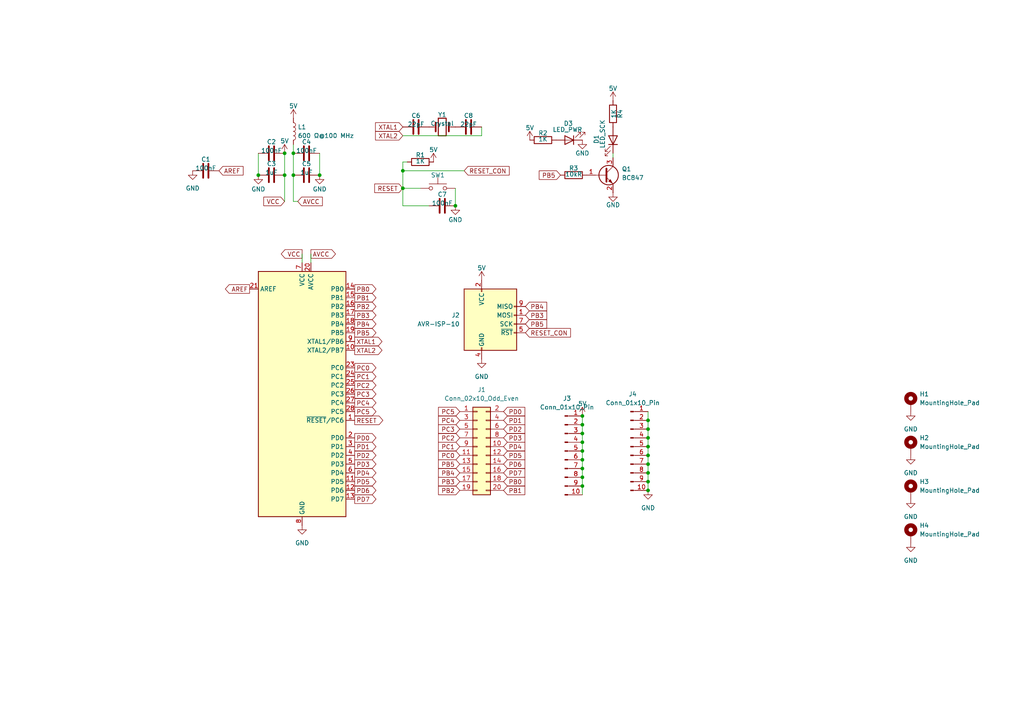
<source format=kicad_sch>
(kicad_sch (version 20250114) (generator "eeschema") (generator_version "9.0")
  (paper "A4")
  (title_block (title "ATMega_Board") (date "2025-10-26") (rev "1.0") (company "PKl"))
  (lib_symbols
    (symbol "Connector:AVR-ISP-10" (pin_names (offset 1.016))
      (property "Reference" "J" (at -6.35 11.43 0))
      (property "Value" "AVR-ISP-10" (at 0 11.43 0))
      (symbol "AVR-ISP-10_0_1"
        (rectangle (start -2.667 10.16) (end -2.413 9.398))
        (rectangle (start -2.667 -6.858) (end -2.413 -7.62))
        (rectangle (start 7.62 10.16) (end -7.62 -7.62) (stroke (width 0.254)) (fill (type background)))
        (rectangle (start 7.62 5.207) (end 6.858 4.953))
        (rectangle (start 7.62 2.667) (end 6.858 2.413))
        (rectangle (start 7.62 0.127) (end 6.858 -0.127))
        (rectangle (start 7.62 -2.413) (end 6.858 -2.667))
      )
      (symbol "AVR-ISP-10_1_1"
        (pin passive line (at -2.54 12.7 270) (length 2.54) (name "VCC") (number "2"))
        (pin passive line (at -2.54 -10.16 90) (length 2.54) (hide yes) (name "GND") (number "10"))
        (pin passive line (at -2.54 -10.16 90) (length 2.54) (name "GND") (number "4"))
        (pin passive line (at -2.54 -10.16 90) (length 2.54) (hide yes) (name "GND") (number "6"))
        (pin passive line (at -2.54 -10.16 90) (length 2.54) (hide yes) (name "GND") (number "8"))
        (pin no_connect line (at 7.62 -5.08 180) (length 2.54) (hide yes) (name "NC") (number "3"))
        (pin passive line (at 10.16 5.08 180) (length 2.54) (name "MISO") (number "9"))
        (pin passive line (at 10.16 2.54 180) (length 2.54) (name "MOSI") (number "1"))
        (pin passive line (at 10.16 0 180) (length 2.54) (name "SCK") (number "7"))
        (pin passive line (at 10.16 -2.54 180) (length 2.54) (name "~{RST}") (number "5"))
      )
    )
    (symbol "Connector:Conn_01x10_Pin" (pin_names (offset 1.016) (hide yes))
      (property "Reference" "J" (at 0 12.7 0))
      (property "Value" "Conn_01x10_Pin" (at 0 -15.24 0))
      (symbol "Conn_01x10_Pin_1_1"
        (rectangle (start 0.8636 10.287) (end 0 10.033) (stroke (width 0.1524)) (fill (type outline)))
        (rectangle (start 0.8636 7.747) (end 0 7.493) (stroke (width 0.1524)) (fill (type outline)))
        (rectangle (start 0.8636 5.207) (end 0 4.953) (stroke (width 0.1524)) (fill (type outline)))
        (rectangle (start 0.8636 2.667) (end 0 2.413) (stroke (width 0.1524)) (fill (type outline)))
        (rectangle (start 0.8636 0.127) (end 0 -0.127) (stroke (width 0.1524)) (fill (type outline)))
        (rectangle (start 0.8636 -2.413) (end 0 -2.667) (stroke (width 0.1524)) (fill (type outline)))
        (rectangle (start 0.8636 -4.953) (end 0 -5.207) (stroke (width 0.1524)) (fill (type outline)))
        (rectangle (start 0.8636 -7.493) (end 0 -7.747) (stroke (width 0.1524)) (fill (type outline)))
        (rectangle (start 0.8636 -10.033) (end 0 -10.287) (stroke (width 0.1524)) (fill (type outline)))
        (rectangle (start 0.8636 -12.573) (end 0 -12.827) (stroke (width 0.1524)) (fill (type outline)))
        (polyline (pts (xy 1.27 10.16) (xy 0.8636 10.16)) (stroke (width 0.1524)))
        (polyline (pts (xy 1.27 7.62) (xy 0.8636 7.62)) (stroke (width 0.1524)))
        (polyline (pts (xy 1.27 5.08) (xy 0.8636 5.08)) (stroke (width 0.1524)))
        (polyline (pts (xy 1.27 2.54) (xy 0.8636 2.54)) (stroke (width 0.1524)))
        (polyline (pts (xy 1.27 0) (xy 0.8636 0)) (stroke (width 0.1524)))
        (polyline (pts (xy 1.27 -2.54) (xy 0.8636 -2.54)) (stroke (width 0.1524)))
        (polyline (pts (xy 1.27 -5.08) (xy 0.8636 -5.08)) (stroke (width 0.1524)))
        (polyline (pts (xy 1.27 -7.62) (xy 0.8636 -7.62)) (stroke (width 0.1524)))
        (polyline (pts (xy 1.27 -10.16) (xy 0.8636 -10.16)) (stroke (width 0.1524)))
        (polyline (pts (xy 1.27 -12.7) (xy 0.8636 -12.7)) (stroke (width 0.1524)))
        (pin passive line (at 5.08 10.16 180) (length 3.81) (name "Pin_1") (number "1"))
        (pin passive line (at 5.08 7.62 180) (length 3.81) (name "Pin_2") (number "2"))
        (pin passive line (at 5.08 5.08 180) (length 3.81) (name "Pin_3") (number "3"))
        (pin passive line (at 5.08 2.54 180) (length 3.81) (name "Pin_4") (number "4"))
        (pin passive line (at 5.08 0 180) (length 3.81) (name "Pin_5") (number "5"))
        (pin passive line (at 5.08 -2.54 180) (length 3.81) (name "Pin_6") (number "6"))
        (pin passive line (at 5.08 -5.08 180) (length 3.81) (name "Pin_7") (number "7"))
        (pin passive line (at 5.08 -7.62 180) (length 3.81) (name "Pin_8") (number "8"))
        (pin passive line (at 5.08 -10.16 180) (length 3.81) (name "Pin_9") (number "9"))
        (pin passive line (at 5.08 -12.7 180) (length 3.81) (name "Pin_10") (number "10"))
      )
    )
    (symbol "Connector_Generic:Conn_02x10_Odd_Even" (pin_names (offset 1.016) (hide yes))
      (property "Reference" "J" (at 1.27 12.7 0))
      (property "Value" "Conn_02x10_Odd_Even" (at 1.27 -15.24 0))
      (symbol "Conn_02x10_Odd_Even_1_1"
        (rectangle (start -1.27 11.43) (end 3.81 -13.97) (stroke (width 0.254)) (fill (type background)))
        (rectangle (start -1.27 10.287) (end 0 10.033) (stroke (width 0.1524)))
        (rectangle (start -1.27 7.747) (end 0 7.493) (stroke (width 0.1524)))
        (rectangle (start -1.27 5.207) (end 0 4.953) (stroke (width 0.1524)))
        (rectangle (start -1.27 2.667) (end 0 2.413) (stroke (width 0.1524)))
        (rectangle (start -1.27 0.127) (end 0 -0.127) (stroke (width 0.1524)))
        (rectangle (start -1.27 -2.413) (end 0 -2.667) (stroke (width 0.1524)))
        (rectangle (start -1.27 -4.953) (end 0 -5.207) (stroke (width 0.1524)))
        (rectangle (start -1.27 -7.493) (end 0 -7.747) (stroke (width 0.1524)))
        (rectangle (start -1.27 -10.033) (end 0 -10.287) (stroke (width 0.1524)))
        (rectangle (start -1.27 -12.573) (end 0 -12.827) (stroke (width 0.1524)))
        (rectangle (start 3.81 10.287) (end 2.54 10.033) (stroke (width 0.1524)))
        (rectangle (start 3.81 7.747) (end 2.54 7.493) (stroke (width 0.1524)))
        (rectangle (start 3.81 5.207) (end 2.54 4.953) (stroke (width 0.1524)))
        (rectangle (start 3.81 2.667) (end 2.54 2.413) (stroke (width 0.1524)))
        (rectangle (start 3.81 0.127) (end 2.54 -0.127) (stroke (width 0.1524)))
        (rectangle (start 3.81 -2.413) (end 2.54 -2.667) (stroke (width 0.1524)))
        (rectangle (start 3.81 -4.953) (end 2.54 -5.207) (stroke (width 0.1524)))
        (rectangle (start 3.81 -7.493) (end 2.54 -7.747) (stroke (width 0.1524)))
        (rectangle (start 3.81 -10.033) (end 2.54 -10.287) (stroke (width 0.1524)))
        (rectangle (start 3.81 -12.573) (end 2.54 -12.827) (stroke (width 0.1524)))
        (pin passive line (at -5.08 10.16 0) (length 3.81) (name "Pin_1") (number "1"))
        (pin passive line (at -5.08 7.62 0) (length 3.81) (name "Pin_3") (number "3"))
        (pin passive line (at -5.08 5.08 0) (length 3.81) (name "Pin_5") (number "5"))
        (pin passive line (at -5.08 2.54 0) (length 3.81) (name "Pin_7") (number "7"))
        (pin passive line (at -5.08 0 0) (length 3.81) (name "Pin_9") (number "9"))
        (pin passive line (at -5.08 -2.54 0) (length 3.81) (name "Pin_11") (number "11"))
        (pin passive line (at -5.08 -5.08 0) (length 3.81) (name "Pin_13") (number "13"))
        (pin passive line (at -5.08 -7.62 0) (length 3.81) (name "Pin_15") (number "15"))
        (pin passive line (at -5.08 -10.16 0) (length 3.81) (name "Pin_17") (number "17"))
        (pin passive line (at -5.08 -12.7 0) (length 3.81) (name "Pin_19") (number "19"))
        (pin passive line (at 7.62 10.16 180) (length 3.81) (name "Pin_2") (number "2"))
        (pin passive line (at 7.62 7.62 180) (length 3.81) (name "Pin_4") (number "4"))
        (pin passive line (at 7.62 5.08 180) (length 3.81) (name "Pin_6") (number "6"))
        (pin passive line (at 7.62 2.54 180) (length 3.81) (name "Pin_8") (number "8"))
        (pin passive line (at 7.62 0 180) (length 3.81) (name "Pin_10") (number "10"))
        (pin passive line (at 7.62 -2.54 180) (length 3.81) (name "Pin_12") (number "12"))
        (pin passive line (at 7.62 -5.08 180) (length 3.81) (name "Pin_14") (number "14"))
        (pin passive line (at 7.62 -7.62 180) (length 3.81) (name "Pin_16") (number "16"))
        (pin passive line (at 7.62 -10.16 180) (length 3.81) (name "Pin_18") (number "18"))
        (pin passive line (at 7.62 -12.7 180) (length 3.81) (name "Pin_20") (number "20"))
      )
    )
    (symbol "Device:C" (pin_numbers (hide yes)) (pin_names (offset 0.254))
      (property "Reference" "C" (at 0.635 2.54 0))
      (property "Value" "C" (at 0.635 -2.54 0))
      (symbol "C_0_1"
        (polyline (pts (xy -2.032 0.762) (xy 2.032 0.762)) (stroke (width 0.508)))
        (polyline (pts (xy -2.032 -0.762) (xy 2.032 -0.762)) (stroke (width 0.508)))
      )
      (symbol "C_1_1"
        (pin passive line (at 0 3.81 270) (length 2.794) (name "~") (number "1"))
        (pin passive line (at 0 -3.81 90) (length 2.794) (name "~") (number "2"))
      )
    )
    (symbol "Device:Crystal" (pin_numbers (hide yes)) (pin_names (offset 1.016) (hide yes))
      (property "Reference" "Y" (at 0 3.81 0))
      (property "Value" "Crystal" (at 0 -3.81 0))
      (symbol "Crystal_0_1"
        (polyline (pts (xy -2.54 0) (xy -1.905 0)))
        (polyline (pts (xy -1.905 -1.27) (xy -1.905 1.27)) (stroke (width 0.508)))
        (rectangle (start -1.143 2.54) (end 1.143 -2.54) (stroke (width 0.3048)))
        (polyline (pts (xy 1.905 -1.27) (xy 1.905 1.27)) (stroke (width 0.508)))
        (polyline (pts (xy 2.54 0) (xy 1.905 0)))
      )
      (symbol "Crystal_1_1"
        (pin passive line (at -3.81 0 0) (length 1.27) (name "1") (number "1"))
        (pin passive line (at 3.81 0 180) (length 1.27) (name "2") (number "2"))
      )
    )
    (symbol "Device:L" (pin_numbers (hide yes)) (pin_names (offset 1.016) (hide yes))
      (property "Reference" "L" (at -1.27 0 90))
      (property "Value" "L" (at 1.905 0 90))
      (symbol "L_0_1"
        (arc (start 0 2.54) (mid 0.6323 1.905) (end 0 1.27))
        (arc (start 0 1.27) (mid 0.6323 0.635) (end 0 0))
        (arc (start 0 0) (mid 0.6323 -0.635) (end 0 -1.27))
        (arc (start 0 -1.27) (mid 0.6323 -1.905) (end 0 -2.54))
      )
      (symbol "L_1_1"
        (pin passive line (at 0 3.81 270) (length 1.27) (name "1") (number "1"))
        (pin passive line (at 0 -3.81 90) (length 1.27) (name "2") (number "2"))
      )
    )
    (symbol "Device:LED" (pin_numbers (hide yes)) (pin_names (offset 1.016) (hide yes))
      (property "Reference" "D" (at 0 2.54 0))
      (property "Value" "LED" (at 0 -2.54 0))
      (symbol "LED_0_1"
        (polyline (pts (xy -3.048 -0.762) (xy -4.572 -2.286) (xy -3.81 -2.286) (xy -4.572 -2.286) (xy -4.572 -1.524)))
        (polyline (pts (xy -1.778 -0.762) (xy -3.302 -2.286) (xy -2.54 -2.286) (xy -3.302 -2.286) (xy -3.302 -1.524)))
        (polyline (pts (xy -1.27 0) (xy 1.27 0)))
        (polyline (pts (xy -1.27 -1.27) (xy -1.27 1.27)) (stroke (width 0.254)))
        (polyline (pts (xy 1.27 -1.27) (xy 1.27 1.27) (xy -1.27 0) (xy 1.27 -1.27)) (stroke (width 0.254)))
      )
      (symbol "LED_1_1"
        (pin passive line (at -3.81 0 0) (length 2.54) (name "K") (number "1"))
        (pin passive line (at 3.81 0 180) (length 2.54) (name "A") (number "2"))
      )
    )
    (symbol "Device:R" (pin_numbers (hide yes)) (pin_names (offset 0))
      (property "Reference" "R" (at 2.032 0 90))
      (property "Value" "R" (at 0 0 90))
      (symbol "R_0_1"
        (rectangle (start -1.016 -2.54) (end 1.016 2.54) (stroke (width 0.254)))
      )
      (symbol "R_1_1"
        (pin passive line (at 0 3.81 270) (length 1.27) (name "~") (number "1"))
        (pin passive line (at 0 -3.81 90) (length 1.27) (name "~") (number "2"))
      )
    )
    (symbol "MCU_Microchip_ATmega:ATmega328P-P"
      (property "Reference" "U" (at -12.7 36.83 0))
      (property "Value" "ATmega328P-P" (at 2.54 -36.83 0))
      (symbol "ATmega328P-P_0_1"
        (rectangle (start -12.7 -35.56) (end 12.7 35.56) (stroke (width 0.254)) (fill (type background)))
      )
      (symbol "ATmega328P-P_1_1"
        (pin passive line (at -15.24 30.48 0) (length 2.54) (name "AREF") (number "21"))
        (pin power_in line (at 0 38.1 270) (length 2.54) (name "VCC") (number "7"))
        (pin passive line (at 0 -38.1 90) (length 2.54) (hide yes) (name "GND") (number "22"))
        (pin power_in line (at 0 -38.1 90) (length 2.54) (name "GND") (number "8"))
        (pin power_in line (at 2.54 38.1 270) (length 2.54) (name "AVCC") (number "20"))
        (pin bidirectional line (at 15.24 30.48 180) (length 2.54) (name "PB0") (number "14"))
        (pin bidirectional line (at 15.24 27.94 180) (length 2.54) (name "PB1") (number "15"))
        (pin bidirectional line (at 15.24 25.4 180) (length 2.54) (name "PB2") (number "16"))
        (pin bidirectional line (at 15.24 22.86 180) (length 2.54) (name "PB3") (number "17"))
        (pin bidirectional line (at 15.24 20.32 180) (length 2.54) (name "PB4") (number "18"))
        (pin bidirectional line (at 15.24 17.78 180) (length 2.54) (name "PB5") (number "19"))
        (pin bidirectional line (at 15.24 15.24 180) (length 2.54) (name "XTAL1/PB6") (number "9"))
        (pin bidirectional line (at 15.24 12.7 180) (length 2.54) (name "XTAL2/PB7") (number "10"))
        (pin bidirectional line (at 15.24 7.62 180) (length 2.54) (name "PC0") (number "23"))
        (pin bidirectional line (at 15.24 5.08 180) (length 2.54) (name "PC1") (number "24"))
        (pin bidirectional line (at 15.24 2.54 180) (length 2.54) (name "PC2") (number "25"))
        (pin bidirectional line (at 15.24 0 180) (length 2.54) (name "PC3") (number "26"))
        (pin bidirectional line (at 15.24 -2.54 180) (length 2.54) (name "PC4") (number "27"))
        (pin bidirectional line (at 15.24 -5.08 180) (length 2.54) (name "PC5") (number "28"))
        (pin bidirectional line (at 15.24 -7.62 180) (length 2.54) (name "~{RESET}/PC6") (number "1"))
        (pin bidirectional line (at 15.24 -12.7 180) (length 2.54) (name "PD0") (number "2"))
        (pin bidirectional line (at 15.24 -15.24 180) (length 2.54) (name "PD1") (number "3"))
        (pin bidirectional line (at 15.24 -17.78 180) (length 2.54) (name "PD2") (number "4"))
        (pin bidirectional line (at 15.24 -20.32 180) (length 2.54) (name "PD3") (number "5"))
        (pin bidirectional line (at 15.24 -22.86 180) (length 2.54) (name "PD4") (number "6"))
        (pin bidirectional line (at 15.24 -25.4 180) (length 2.54) (name "PD5") (number "11"))
        (pin bidirectional line (at 15.24 -27.94 180) (length 2.54) (name "PD6") (number "12"))
        (pin bidirectional line (at 15.24 -30.48 180) (length 2.54) (name "PD7") (number "13"))
      )
    )
    (symbol "Mechanical:MountingHole_Pad" (pin_numbers (hide yes)) (pin_names (offset 1.016) (hide yes)) (in_bom no)
      (property "Reference" "H" (at 0 6.35 0))
      (property "Value" "MountingHole_Pad" (at 0 4.445 0))
      (symbol "MountingHole_Pad_0_1"
        (circle (center 0 1.27) (radius 1.27) (stroke (width 1.27)))
      )
      (symbol "MountingHole_Pad_1_1"
        (pin input line (at 0 -2.54 90) (length 2.54) (name "1") (number "1"))
      )
    )
    (symbol "Switch:SW_Push" (pin_numbers (hide yes)) (pin_names (offset 1.016) (hide yes))
      (property "Reference" "SW" (at 1.27 2.54 0))
      (property "Value" "SW_Push" (at 0 -1.524 0))
      (symbol "SW_Push_0_1"
        (circle (center -2.032 0) (radius 0.508))
        (polyline (pts (xy 0 1.27) (xy 0 3.048)))
        (circle (center 2.032 0) (radius 0.508))
        (polyline (pts (xy 2.54 1.27) (xy -2.54 1.27)))
        (pin passive line (at -5.08 0 0) (length 2.54) (name "1") (number "1"))
        (pin passive line (at 5.08 0 180) (length 2.54) (name "2") (number "2"))
      )
    )
    (symbol "Transistor_BJT:BC847" (pin_names (offset 0) (hide yes))
      (property "Reference" "Q" (at 5.08 1.905 0))
      (property "Value" "BC847" (at 5.08 0 0))
      (symbol "BC847_0_1"
        (polyline (pts (xy -2.54 0) (xy 0.635 0)))
        (polyline (pts (xy 0.635 1.905) (xy 0.635 -1.905)) (stroke (width 0.508)))
        (circle (center 1.27 0) (radius 2.8194) (stroke (width 0.254)))
      )
      (symbol "BC847_1_1"
        (polyline (pts (xy 0.635 0.635) (xy 2.54 2.54)))
        (polyline (pts (xy 0.635 -0.635) (xy 2.54 -2.54)))
        (polyline (pts (xy 1.27 -1.778) (xy 1.778 -1.27) (xy 2.286 -2.286) (xy 1.27 -1.778)) (fill (type outline)))
        (pin input line (at -5.08 0 0) (length 2.54) (name "B") (number "1"))
        (pin passive line (at 2.54 5.08 270) (length 2.54) (name "C") (number "3"))
        (pin passive line (at 2.54 -5.08 90) (length 2.54) (name "E") (number "2"))
      )
    )
    (symbol "power:+5V" (power) (pin_numbers (hide yes)) (pin_names (offset 0) (hide yes))
      (property "Value" "+5V" (at 0 3.556 0))
      (symbol "+5V_0_1"
        (polyline (pts (xy -0.762 1.27) (xy 0 2.54)))
        (polyline (pts (xy 0 2.54) (xy 0.762 1.27)))
        (polyline (pts (xy 0 0) (xy 0 2.54)))
      )
      (symbol "+5V_1_1"
        (pin power_in line (at 0 0 90) (length 0) (name "~") (number "1"))
      )
    )
    (symbol "power:GND" (power) (pin_numbers (hide yes)) (pin_names (offset 0) (hide yes))
      (property "Value" "GND" (at 0 -3.81 0))
      (symbol "GND_0_1"
        (polyline (pts (xy 0 0) (xy 0 -1.27) (xy 1.27 -1.27) (xy 0 -2.54) (xy -1.27 -1.27) (xy 0 -1.27)))
      )
      (symbol "GND_1_1"
        (pin power_in line (at 0 0 270) (length 0) (name "~") (number "1"))
      )
    )
  )
  (junction (at 168.91 130.81))
  (junction (at 187.96 132.08))
  (junction (at 187.96 124.46))
  (junction (at 82.55 50.8))
  (junction (at 168.91 120.65))
  (junction (at 187.96 142.24))
  (junction (at 168.91 135.89))
  (junction (at 187.96 121.92))
  (junction (at 187.96 137.16))
  (junction (at 116.84 54.61))
  (junction (at 74.93 50.8))
  (junction (at 168.91 140.97))
  (junction (at 168.91 138.43))
  (junction (at 116.84 49.53))
  (junction (at 132.08 59.69))
  (junction (at 168.91 133.35))
  (junction (at 187.96 127))
  (junction (at 187.96 134.62))
  (junction (at 187.96 139.7))
  (junction (at 85.09 44.45))
  (junction (at 168.91 125.73))
  (junction (at 85.09 50.8))
  (junction (at 92.71 50.8))
  (junction (at 187.96 129.54))
  (junction (at 168.91 128.27))
  (junction (at 82.55 44.45))
  (junction (at 168.91 123.19))
  (wire (pts (xy 187.96 134.62) (xy 187.96 137.16)))
  (wire (pts (xy 139.7 39.37) (xy 139.7 36.83)))
  (wire (pts (xy 168.91 123.19) (xy 168.91 125.73)))
  (wire (pts (xy 85.09 50.8) (xy 85.09 58.42)))
  (wire (pts (xy 168.91 138.43) (xy 168.91 140.97)))
  (wire (pts (xy 168.91 135.89) (xy 168.91 138.43)))
  (wire (pts (xy 132.08 54.61) (xy 132.08 59.69)))
  (wire (pts (xy 90.17 73.66) (xy 90.17 76.2)))
  (wire (pts (xy 187.96 132.08) (xy 187.96 134.62)))
  (wire (pts (xy 87.63 73.66) (xy 87.63 76.2)))
  (wire (pts (xy 82.55 50.8) (xy 82.55 58.42)))
  (wire (pts (xy 168.91 128.27) (xy 168.91 130.81)))
  (wire (pts (xy 116.84 46.99) (xy 116.84 49.53)))
  (wire (pts (xy 82.55 44.45) (xy 82.55 50.8)))
  (wire (pts (xy 187.96 129.54) (xy 187.96 132.08)))
  (wire (pts (xy 168.91 133.35) (xy 168.91 135.89)))
  (wire (pts (xy 116.84 59.69) (xy 124.46 59.69)))
  (wire (pts (xy 187.96 124.46) (xy 187.96 127)))
  (wire (pts (xy 187.96 121.92) (xy 187.96 124.46)))
  (wire (pts (xy 85.09 44.45) (xy 85.09 50.8)))
  (wire (pts (xy 116.84 49.53) (xy 116.84 54.61)))
  (wire (pts (xy 187.96 137.16) (xy 187.96 139.7)))
  (wire (pts (xy 85.09 58.42) (xy 86.36 58.42)))
  (wire (pts (xy 74.93 44.45) (xy 74.93 50.8)))
  (wire (pts (xy 116.84 54.61) (xy 116.84 59.69)))
  (wire (pts (xy 187.96 119.38) (xy 187.96 121.92)))
  (wire (pts (xy 92.71 44.45) (xy 92.71 50.8)))
  (wire (pts (xy 177.8 44.45) (xy 177.8 45.72)))
  (wire (pts (xy 116.84 39.37) (xy 139.7 39.37)))
  (wire (pts (xy 85.09 41.91) (xy 85.09 44.45)))
  (wire (pts (xy 168.91 125.73) (xy 168.91 128.27)))
  (wire (pts (xy 187.96 127) (xy 187.96 129.54)))
  (wire (pts (xy 116.84 46.99) (xy 118.11 46.99)))
  (wire (pts (xy 168.91 130.81) (xy 168.91 133.35)))
  (wire (pts (xy 168.91 140.97) (xy 168.91 143.51)))
  (wire (pts (xy 168.91 120.65) (xy 168.91 123.19)))
  (wire (pts (xy 187.96 139.7) (xy 187.96 142.24)))
  (wire (pts (xy 121.92 54.61) (xy 116.84 54.61)))
  (wire (pts (xy 134.62 49.53) (xy 116.84 49.53)))
  (global_label "PD5" (shape output) (at 102.87 139.7 0) (property "Intersheetrefs" "${INTERSHEET_REFS}" (effects (hide yes))))
  (global_label "PD6" (shape input) (at 146.05 134.62 0) (property "Intersheetrefs" "${INTERSHEET_REFS}" (effects (hide yes))))
  (global_label "PD3" (shape input) (at 146.05 127 0) (property "Intersheetrefs" "${INTERSHEET_REFS}" (effects (hide yes))))
  (global_label "PC5" (shape input) (at 133.35 119.38 180) (property "Intersheetrefs" "${INTERSHEET_REFS}" (effects (hide yes))))
  (global_label "PD5" (shape input) (at 146.05 132.08 0) (property "Intersheetrefs" "${INTERSHEET_REFS}" (effects (hide yes))))
  (global_label "PD1" (shape output) (at 102.87 129.54 0) (property "Intersheetrefs" "${INTERSHEET_REFS}" (effects (hide yes))))
  (global_label "RESET" (shape input) (at 116.84 54.61 180) (property "Intersheetrefs" "${INTERSHEET_REFS}" (effects (hide yes))))
  (global_label "RESET_CON" (shape input) (at 152.4 96.52 0) (property "Intersheetrefs" "${INTERSHEET_REFS}" (effects (hide yes))))
  (global_label "XTAL2" (shape input) (at 116.84 39.37 180) (property "Intersheetrefs" "${INTERSHEET_REFS}" (effects (hide yes))))
  (global_label "PD4" (shape input) (at 146.05 129.54 0) (property "Intersheetrefs" "${INTERSHEET_REFS}" (effects (hide yes))))
  (global_label "PC1" (shape input) (at 133.35 129.54 180) (property "Intersheetrefs" "${INTERSHEET_REFS}" (effects (hide yes))))
  (global_label "PC0" (shape input) (at 133.35 132.08 180) (property "Intersheetrefs" "${INTERSHEET_REFS}" (effects (hide yes))))
  (global_label "PB5" (shape input) (at 162.56 50.8 180) (property "Intersheetrefs" "${INTERSHEET_REFS}" (effects (hide yes))))
  (global_label "PB4" (shape input) (at 133.35 137.16 180) (property "Intersheetrefs" "${INTERSHEET_REFS}" (effects (hide yes))))
  (global_label "PB1" (shape input) (at 146.05 142.24 0) (property "Intersheetrefs" "${INTERSHEET_REFS}" (effects (hide yes))))
  (global_label "PB5" (shape input) (at 152.4 93.98 0) (property "Intersheetrefs" "${INTERSHEET_REFS}" (effects (hide yes))))
  (global_label "XTAL1" (shape input) (at 116.84 36.83 180) (property "Intersheetrefs" "${INTERSHEET_REFS}" (effects (hide yes))))
  (global_label "PB4" (shape output) (at 102.87 93.98 0) (property "Intersheetrefs" "${INTERSHEET_REFS}" (effects (hide yes))))
  (global_label "PD0" (shape input) (at 146.05 119.38 0) (property "Intersheetrefs" "${INTERSHEET_REFS}" (effects (hide yes))))
  (global_label "PB3" (shape input) (at 133.35 139.7 180) (property "Intersheetrefs" "${INTERSHEET_REFS}" (effects (hide yes))))
  (global_label "PD2" (shape output) (at 102.87 132.08 0) (property "Intersheetrefs" "${INTERSHEET_REFS}" (effects (hide yes))))
  (global_label "PB5" (shape input) (at 133.35 134.62 180) (property "Intersheetrefs" "${INTERSHEET_REFS}" (effects (hide yes))))
  (global_label "PC4" (shape input) (at 133.35 121.92 180) (property "Intersheetrefs" "${INTERSHEET_REFS}" (effects (hide yes))))
  (global_label "PB4" (shape input) (at 152.4 88.9 0) (property "Intersheetrefs" "${INTERSHEET_REFS}" (effects (hide yes))))
  (global_label "AVCC" (shape output) (at 90.17 73.66 0) (property "Intersheetrefs" "${INTERSHEET_REFS}" (effects (hide yes))))
  (global_label "AREF" (shape output) (at 72.39 83.82 180) (property "Intersheetrefs" "${INTERSHEET_REFS}" (effects (hide yes))))
  (global_label "PD7" (shape input) (at 146.05 137.16 0) (property "Intersheetrefs" "${INTERSHEET_REFS}" (effects (hide yes))))
  (global_label "PB3" (shape input) (at 152.4 91.44 0) (property "Intersheetrefs" "${INTERSHEET_REFS}" (effects (hide yes))))
  (global_label "RESET" (shape output) (at 102.87 121.92 0) (property "Intersheetrefs" "${INTERSHEET_REFS}" (effects (hide yes))))
  (global_label "PB0" (shape output) (at 102.87 83.82 0) (property "Intersheetrefs" "${INTERSHEET_REFS}" (effects (hide yes))))
  (global_label "PC2" (shape input) (at 133.35 127 180) (property "Intersheetrefs" "${INTERSHEET_REFS}" (effects (hide yes))))
  (global_label "PD7" (shape output) (at 102.87 144.78 0) (property "Intersheetrefs" "${INTERSHEET_REFS}" (effects (hide yes))))
  (global_label "PD4" (shape output) (at 102.87 137.16 0) (property "Intersheetrefs" "${INTERSHEET_REFS}" (effects (hide yes))))
  (global_label "VCC" (shape output) (at 87.63 73.66 180) (property "Intersheetrefs" "${INTERSHEET_REFS}" (effects (hide yes))))
  (global_label "PD1" (shape input) (at 146.05 121.92 0) (property "Intersheetrefs" "${INTERSHEET_REFS}" (effects (hide yes))))
  (global_label "PB5" (shape output) (at 102.87 96.52 0) (property "Intersheetrefs" "${INTERSHEET_REFS}" (effects (hide yes))))
  (global_label "PB0" (shape input) (at 146.05 139.7 0) (property "Intersheetrefs" "${INTERSHEET_REFS}" (effects (hide yes))))
  (global_label "PD0" (shape output) (at 102.87 127 0) (property "Intersheetrefs" "${INTERSHEET_REFS}" (effects (hide yes))))
  (global_label "PC5" (shape output) (at 102.87 119.38 0) (property "Intersheetrefs" "${INTERSHEET_REFS}" (effects (hide yes))))
  (global_label "PB2" (shape input) (at 133.35 142.24 180) (property "Intersheetrefs" "${INTERSHEET_REFS}" (effects (hide yes))))
  (global_label "VCC" (shape input) (at 82.55 58.42 180) (property "Intersheetrefs" "${INTERSHEET_REFS}" (effects (hide yes))))
  (global_label "PC3" (shape input) (at 133.35 124.46 180) (property "Intersheetrefs" "${INTERSHEET_REFS}" (effects (hide yes))))
  (global_label "PC1" (shape output) (at 102.87 109.22 0) (property "Intersheetrefs" "${INTERSHEET_REFS}" (effects (hide yes))))
  (global_label "XTAL1" (shape output) (at 102.87 99.06 0) (property "Intersheetrefs" "${INTERSHEET_REFS}" (effects (hide yes))))
  (global_label "PB3" (shape output) (at 102.87 91.44 0) (property "Intersheetrefs" "${INTERSHEET_REFS}" (effects (hide yes))))
  (global_label "XTAL2" (shape output) (at 102.87 101.6 0) (property "Intersheetrefs" "${INTERSHEET_REFS}" (effects (hide yes))))
  (global_label "AREF" (shape input) (at 63.5 49.53 0) (property "Intersheetrefs" "${INTERSHEET_REFS}" (effects (hide yes))))
  (global_label "PC4" (shape output) (at 102.87 116.84 0) (property "Intersheetrefs" "${INTERSHEET_REFS}" (effects (hide yes))))
  (global_label "PD6" (shape output) (at 102.87 142.24 0) (property "Intersheetrefs" "${INTERSHEET_REFS}" (effects (hide yes))))
  (global_label "AVCC" (shape input) (at 86.36 58.42 0) (property "Intersheetrefs" "${INTERSHEET_REFS}" (effects (hide yes))))
  (global_label "PD2" (shape input) (at 146.05 124.46 0) (property "Intersheetrefs" "${INTERSHEET_REFS}" (effects (hide yes))))
  (global_label "PB1" (shape output) (at 102.87 86.36 0) (property "Intersheetrefs" "${INTERSHEET_REFS}" (effects (hide yes))))
  (global_label "PC0" (shape output) (at 102.87 106.68 0) (property "Intersheetrefs" "${INTERSHEET_REFS}" (effects (hide yes))))
  (global_label "PB2" (shape output) (at 102.87 88.9 0) (property "Intersheetrefs" "${INTERSHEET_REFS}" (effects (hide yes))))
  (global_label "PC3" (shape output) (at 102.87 114.3 0) (property "Intersheetrefs" "${INTERSHEET_REFS}" (effects (hide yes))))
  (global_label "PD3" (shape output) (at 102.87 134.62 0) (property "Intersheetrefs" "${INTERSHEET_REFS}" (effects (hide yes))))
  (global_label "RESET_CON" (shape input) (at 134.62 49.53 0) (property "Intersheetrefs" "${INTERSHEET_REFS}" (effects (hide yes))))
  (global_label "PC2" (shape output) (at 102.87 111.76 0) (property "Intersheetrefs" "${INTERSHEET_REFS}" (effects (hide yes))))
  (symbol (lib_id "Device:R") (at 166.37 50.8 270) (unit 1)
    (property "Reference" "R3" (at 166.37 48.768 90))
    (property "Value" "10kR" (at 166.37 50.546 90))
    (property "Footprint" "Resistor_SMD:R_0805_2012Metric" (effects (hide yes)))
    (property "Description" "Resistor" (effects (hide yes)))
  )
  (symbol (lib_id "Device:LED") (at 165.1 40.64 180) (unit 1)
    (property "Reference" "D3" (at 164.846 35.814 0))
    (property "Value" "LED_PWR" (at 164.592 37.592 0))
    (property "Footprint" "LED_SMD:LED_0805_2012Metric" (effects (hide yes)))
    (property "Description" "Light emitting diode" (effects (hide yes)))
    (property "Sim.Pins" "1=K 2=A" (effects (hide yes)))
  )
  (symbol (lib_id "power:GND") (at 264.16 144.78 0) (unit 1)
    (property "Reference" "#PWR016" (effects (hide yes)))
    (property "Value" "GND" (at 264.16 149.86 0))
    (property "Description" "Power symbol creates a global label with name \"GND\" , ground" (effects (hide yes)))
  )
  (symbol (lib_id "Connector:Conn_01x10_Pin") (at 163.83 130.81 0) (unit 1)
    (property "Reference" "J3" (at 164.465 115.57 0))
    (property "Value" "Conn_01x10_Pin" (at 164.465 118.11 0))
    (property "Footprint" "Connector_PinHeader_2.54mm:PinHeader_1x10_P2.54mm_Vertical" (effects (hide yes)))
    (property "Description" "Generic connector, single row, 01x10, script generated" (effects (hide yes)))
  )
  (symbol (lib_id "Device:Crystal") (at 128.27 36.83 0) (unit 1)
    (property "Reference" "Y1" (at 128.27 33.274 0))
    (property "Value" "Crystal" (at 128.27 35.814 0))
    (property "Footprint" "Crystal:Crystal_HC49-4H_Vertical" (effects (hide yes)))
    (property "Description" "Two pin crystal" (effects (hide yes)))
  )
  (symbol (lib_id "Device:C") (at 59.69 49.53 90) (unit 1)
    (property "Reference" "C1" (at 59.69 46.228 90))
    (property "Value" "100nF" (at 59.69 48.768 90))
    (property "Footprint" "Capacitor_SMD:C_0805_2012Metric_Pad1.18x1.45mm_HandSolder" (effects (hide yes)))
    (property "Description" "Unpolarized capacitor" (effects (hide yes)))
  )
  (symbol (lib_id "Mechanical:MountingHole_Pad") (at 264.16 116.84 0) (unit 1) (in_bom no)
    (property "Reference" "H1" (at 266.7 114.2999 0) (effects (justify left)))
    (property "Value" "MountingHole_Pad" (at 266.7 116.8399 0) (effects (justify left)))
    (property "Footprint" "MountingHole:MountingHole_3.2mm_M3_DIN965_Pad" (effects (hide yes)))
    (property "Description" "Mounting Hole with connection" (effects (hide yes)))
  )
  (symbol (lib_id "Connector_Generic:Conn_02x10_Odd_Even") (at 138.43 129.54 0) (unit 1)
    (property "Reference" "J1" (at 139.7 113.03 0))
    (property "Value" "Conn_02x10_Odd_Even" (at 139.7 115.57 0))
    (property "Footprint" "Connector_PinHeader_2.54mm:PinHeader_2x10_P2.54mm_Vertical" (effects (hide yes)))
    (property "Description" "Generic connector, double row, 02x10, odd/even pin numbering scheme (row 1 odd numbers, row 2 even numbers), script generated (kicad-library-utils/schlib/autogen/connector/)" (effects (hide yes)))
  )
  (symbol (lib_id "Mechanical:MountingHole_Pad") (at 264.16 129.54 0) (unit 1) (in_bom no)
    (property "Reference" "H2" (at 266.7 126.9999 0) (effects (justify left)))
    (property "Value" "MountingHole_Pad" (at 266.7 129.5399 0) (effects (justify left)))
    (property "Footprint" "MountingHole:MountingHole_3.2mm_M3_DIN965_Pad" (effects (hide yes)))
    (property "Description" "Mounting Hole with connection" (effects (hide yes)))
  )
  (symbol (lib_id "power:GND") (at 87.63 152.4 0) (unit 1)
    (property "Reference" "#PWR08" (effects (hide yes)))
    (property "Value" "GND" (at 87.63 157.48 0))
    (property "Description" "Power symbol creates a global label with name \"GND\" , ground" (effects (hide yes)))
  )
  (symbol (lib_id "power:GND") (at 264.16 157.48 0) (unit 1)
    (property "Reference" "#PWR017" (effects (hide yes)))
    (property "Value" "GND" (at 264.16 162.56 0))
    (property "Description" "Power symbol creates a global label with name \"GND\" , ground" (effects (hide yes)))
  )
  (symbol (lib_id "power:GND") (at 177.8 55.88 0) (unit 1)
    (property "Reference" "#PWR026" (effects (hide yes)))
    (property "Value" "GND" (at 177.8 59.436 0))
    (property "Description" "Power symbol creates a global label with name \"GND\" , ground" (effects (hide yes)))
  )
  (symbol (lib_id "power:GND") (at 264.16 119.38 0) (unit 1)
    (property "Reference" "#PWR014" (effects (hide yes)))
    (property "Value" "GND" (at 264.16 124.46 0))
    (property "Description" "Power symbol creates a global label with name \"GND\" , ground" (effects (hide yes)))
  )
  (symbol (lib_id "power:GND") (at 168.91 40.64 0) (unit 1)
    (property "Reference" "#PWR023" (effects (hide yes)))
    (property "Value" "GND" (at 168.91 44.45 0))
    (property "Description" "Power symbol creates a global label with name \"GND\" , ground" (effects (hide yes)))
  )
  (symbol (lib_id "Device:C") (at 78.74 50.8 90) (unit 1)
    (property "Reference" "C3" (at 78.74 47.498 90))
    (property "Value" "1uF" (at 78.74 50.038 90))
    (property "Footprint" "Capacitor_SMD:C_0805_2012Metric_Pad1.18x1.45mm_HandSolder" (effects (hide yes)))
    (property "Description" "Unpolarized capacitor" (effects (hide yes)))
  )
  (symbol (lib_id "Connector:AVR-ISP-10") (at 142.24 93.98 0) (unit 1)
    (property "Reference" "J2" (at 133.35 91.4399 0) (effects (justify right)))
    (property "Value" "AVR-ISP-10" (at 133.35 93.9799 0) (effects (justify right)))
    (property "Footprint" "Connector_IDC:IDC-Header_2x05_P2.54mm_Vertical" (effects (hide yes)))
    (property "Description" "Atmel 10-pin ISP connector" (effects (hide yes)))
  )
  (symbol (lib_id "Transistor_BJT:BC847") (at 175.26 50.8 0) (unit 1)
    (property "Reference" "Q1" (at 180.34 49.022 0) (effects (justify left)))
    (property "Value" "BC847" (at 180.34 51.562 0) (effects (justify left)))
    (property "Footprint" "Package_TO_SOT_SMD:SOT-23" (effects (hide yes)))
    (property "Datasheet" "http://www.infineon.com/dgdl/Infineon-BC847SERIES_BC848SERIES_BC849SERIES_BC850SERIES-DS-v01_01-en.pdf?fileId=db3a304314dca389011541d4630a1657" (effects (hide yes)))
    (property "Description" "0.1A Ic, 45V Vce, NPN Transistor, SOT-23" (effects (hide yes)))
  )
  (symbol (lib_id "power:GND") (at 139.7 104.14 0) (unit 1)
    (property "Reference" "#PWR011" (effects (hide yes)))
    (property "Value" "GND" (at 139.7 109.22 0))
    (property "Description" "Power symbol creates a global label with name \"GND\" , ground" (effects (hide yes)))
  )
  (symbol (lib_id "Device:C") (at 120.65 36.83 90) (unit 1)
    (property "Reference" "C6" (at 120.65 33.528 90))
    (property "Value" "22pF" (at 120.65 36.068 90))
    (property "Footprint" "Capacitor_SMD:C_0805_2012Metric_Pad1.18x1.45mm_HandSolder" (effects (hide yes)))
    (property "Description" "Unpolarized capacitor" (effects (hide yes)))
  )
  (symbol (lib_id "Mechanical:MountingHole_Pad") (at 264.16 142.24 0) (unit 1) (in_bom no)
    (property "Reference" "H3" (at 266.7 139.6999 0) (effects (justify left)))
    (property "Value" "MountingHole_Pad" (at 266.7 142.2399 0) (effects (justify left)))
    (property "Footprint" "MountingHole:MountingHole_3.2mm_M3_DIN965_Pad" (effects (hide yes)))
    (property "Description" "Mounting Hole with connection" (effects (hide yes)))
  )
  (symbol (lib_id "power:+5V") (at 85.09 34.29 0) (unit 1)
    (property "Reference" "#PWR05" (effects (hide yes)))
    (property "Value" "5V" (at 85.09 30.734 0))
    (property "Description" "Power symbol creates a global label with name \"+5V\"" (effects (hide yes)))
  )
  (symbol (lib_id "Switch:SW_Push") (at 127 54.61 0) (unit 1)
    (property "Reference" "SW1" (at 127 50.8 0))
    (property "Value" "Tact Switch 6x6mm / 13mm" (effects (hide yes)))
    (property "Footprint" "Button_Switch_THT:SW_PUSH_6mm" (effects (hide yes)))
    (property "Description" "Push button switch, generic, two pins" (effects (hide yes)))
  )
  (symbol (lib_id "Device:C") (at 88.9 44.45 90) (unit 1)
    (property "Reference" "C4" (at 88.9 41.148 90))
    (property "Value" "100nF" (at 88.9 43.688 90))
    (property "Footprint" "Capacitor_SMD:C_0805_2012Metric_Pad1.18x1.45mm_HandSolder" (effects (hide yes)))
    (property "Description" "Unpolarized capacitor" (effects (hide yes)))
  )
  (symbol (lib_id "MCU_Microchip_ATmega:ATmega328P-P") (at 87.63 114.3 0) (unit 1)
    (property "Reference" "U2" (effects (hide yes)))
    (property "Value" "ATmega328P-P" (effects (hide yes)))
    (property "Footprint" "Package_DIP:DIP-28_W7.62mm" (effects (hide yes)))
    (property "Datasheet" "http://ww1.microchip.com/downloads/en/DeviceDoc/ATmega328_P%20AVR%20MCU%20with%20picoPower%20Technology%20Data%20Sheet%2040001984A.pdf" (effects (hide yes)))
    (property "Description" "20MHz, 32kB Flash, 2kB SRAM, 1kB EEPROM, DIP-28" (effects (hide yes)))
  )
  (symbol (lib_id "power:GND") (at 264.16 132.08 0) (unit 1)
    (property "Reference" "#PWR015" (effects (hide yes)))
    (property "Value" "GND" (at 264.16 137.16 0))
    (property "Description" "Power symbol creates a global label with name \"GND\" , ground" (effects (hide yes)))
  )
  (symbol (lib_id "Device:C") (at 78.74 44.45 90) (unit 1)
    (property "Reference" "C2" (at 78.74 41.148 90))
    (property "Value" "100nF" (at 78.74 43.688 90))
    (property "Footprint" "Capacitor_SMD:C_0805_2012Metric_Pad1.18x1.45mm_HandSolder" (effects (hide yes)))
    (property "Description" "Unpolarized capacitor" (effects (hide yes)))
  )
  (symbol (lib_id "Connector:Conn_01x10_Pin") (at 182.88 129.54 0) (unit 1)
    (property "Reference" "J4" (at 183.515 114.3 0))
    (property "Value" "Conn_01x10_Pin" (at 183.515 116.84 0))
    (property "Footprint" "Connector_PinHeader_2.54mm:PinHeader_1x10_P2.54mm_Vertical" (effects (hide yes)))
    (property "Description" "Generic connector, single row, 01x10, script generated" (effects (hide yes)))
  )
  (symbol (lib_id "Device:LED") (at 177.8 40.64 270) (mirror x) (unit 1)
    (property "Reference" "D1" (at 172.974 40.386 0))
    (property "Value" "LED_SCK" (at 174.752 38.862 0))
    (property "Footprint" "LED_SMD:LED_0805_2012Metric" (effects (hide yes)))
    (property "Description" "Light emitting diode" (effects (hide yes)))
    (property "Sim.Pins" "1=K 2=A" (effects (hide yes)))
  )
  (symbol (lib_id "Device:C") (at 135.89 36.83 90) (unit 1)
    (property "Reference" "C8" (at 135.89 33.528 90))
    (property "Value" "22pF" (at 135.89 36.068 90))
    (property "Footprint" "Capacitor_SMD:C_0805_2012Metric_Pad1.18x1.45mm_HandSolder" (effects (hide yes)))
    (property "Description" "Unpolarized capacitor" (effects (hide yes)))
  )
  (symbol (lib_id "power:+5V") (at 125.73 46.99 0) (unit 1)
    (property "Reference" "#PWR07" (effects (hide yes)))
    (property "Value" "5V" (at 125.73 43.434 0))
    (property "Description" "Power symbol creates a global label with name \"+5V\"" (effects (hide yes)))
  )
  (symbol (lib_id "Mechanical:MountingHole_Pad") (at 264.16 154.94 0) (unit 1) (in_bom no)
    (property "Reference" "H4" (at 266.7 152.3999 0) (effects (justify left)))
    (property "Value" "MountingHole_Pad" (at 266.7 154.9399 0) (effects (justify left)))
    (property "Footprint" "MountingHole:MountingHole_3.2mm_M3_DIN965_Pad" (effects (hide yes)))
    (property "Description" "Mounting Hole with connection" (effects (hide yes)))
  )
  (symbol (lib_id "Device:R") (at 121.92 46.99 270) (unit 1)
    (property "Reference" "R1" (at 121.92 44.958 90))
    (property "Value" "1K" (at 121.92 46.736 90))
    (property "Footprint" "Resistor_SMD:R_0805_2012Metric" (effects (hide yes)))
    (property "Description" "Resistor" (effects (hide yes)))
  )
  (symbol (lib_id "Device:R") (at 177.8 33.02 180) (unit 1)
    (property "Reference" "R4" (at 179.832 33.02 90))
    (property "Value" "1K" (at 178.054 33.02 90))
    (property "Footprint" "Resistor_SMD:R_0805_2012Metric" (effects (hide yes)))
    (property "Description" "Resistor" (effects (hide yes)))
  )
  (symbol (lib_id "power:+5V") (at 153.67 40.64 0) (unit 1)
    (property "Reference" "#PWR024" (effects (hide yes)))
    (property "Value" "5V" (at 153.67 37.084 0))
    (property "Description" "Power symbol creates a global label with name \"+5V\"" (effects (hide yes)))
  )
  (symbol (lib_id "Device:C") (at 128.27 59.69 90) (unit 1)
    (property "Reference" "C7" (at 128.27 56.388 90))
    (property "Value" "100nF" (at 128.27 58.928 90))
    (property "Footprint" "Capacitor_SMD:C_0805_2012Metric_Pad1.18x1.45mm_HandSolder" (effects (hide yes)))
    (property "Description" "Unpolarized capacitor" (effects (hide yes)))
  )
  (symbol (lib_id "Device:R") (at 157.48 40.64 270) (unit 1)
    (property "Reference" "R2" (at 157.48 38.608 90))
    (property "Value" "1K" (at 157.48 40.386 90))
    (property "Footprint" "Resistor_SMD:R_0805_2012Metric" (effects (hide yes)))
    (property "Description" "Resistor" (effects (hide yes)))
  )
  (symbol (lib_id "power:+5V") (at 139.7 81.28 0) (unit 1)
    (property "Reference" "#PWR010" (effects (hide yes)))
    (property "Value" "5V" (at 139.7 77.724 0))
    (property "Description" "Power symbol creates a global label with name \"+5V\"" (effects (hide yes)))
  )
  (symbol (lib_id "power:GND") (at 74.93 50.8 0) (unit 1)
    (property "Reference" "#PWR02" (effects (hide yes)))
    (property "Value" "GND" (at 74.93 54.864 0))
    (property "Description" "Power symbol creates a global label with name \"GND\" , ground" (effects (hide yes)))
  )
  (symbol (lib_id "power:GND") (at 55.88 49.53 0) (unit 1)
    (property "Reference" "#PWR01" (effects (hide yes)))
    (property "Value" "GND" (at 55.88 54.61 0))
    (property "Description" "Power symbol creates a global label with name \"GND\" , ground" (effects (hide yes)))
  )
  (symbol (lib_id "power:GND") (at 92.71 50.8 0) (unit 1)
    (property "Reference" "#PWR06" (effects (hide yes)))
    (property "Value" "GND" (at 92.71 54.864 0))
    (property "Description" "Power symbol creates a global label with name \"GND\" , ground" (effects (hide yes)))
  )
  (symbol (lib_id "Device:C") (at 88.9 50.8 90) (unit 1)
    (property "Reference" "C5" (at 88.9 47.498 90))
    (property "Value" "1uF" (at 88.9 50.038 90))
    (property "Footprint" "Capacitor_SMD:C_0805_2012Metric_Pad1.18x1.45mm_HandSolder" (effects (hide yes)))
    (property "Description" "Unpolarized capacitor" (effects (hide yes)))
  )
  (symbol (lib_id "power:+5V") (at 82.55 44.45 0) (unit 1)
    (property "Reference" "#PWR04" (effects (hide yes)))
    (property "Value" "5V" (at 82.55 40.894 0))
    (property "Description" "Power symbol creates a global label with name \"+5V\"" (effects (hide yes)))
  )
  (symbol (lib_id "power:GND") (at 132.08 59.69 0) (unit 1)
    (property "Reference" "#PWR09" (effects (hide yes)))
    (property "Value" "GND" (at 132.08 63.754 0))
    (property "Description" "Power symbol creates a global label with name \"GND\" , ground" (effects (hide yes)))
  )
  (symbol (lib_id "power:+5V") (at 177.8 29.21 0) (unit 1)
    (property "Reference" "#PWR025" (effects (hide yes)))
    (property "Value" "5V" (at 177.8 25.654 0))
    (property "Description" "Power symbol creates a global label with name \"+5V\"" (effects (hide yes)))
  )
  (symbol (lib_id "Device:L") (at 85.09 38.1 0) (unit 1)
    (property "Reference" "L1" (at 86.36 36.8299 0) (effects (justify left)))
    (property "Value" "600 Ω@100 MHz" (at 86.36 39.3699 0) (effects (justify left)))
    (property "Footprint" "Inductor_SMD:L_0805_2012Metric_Pad1.05x1.20mm_HandSolder" (effects (hide yes)))
    (property "Description" "Inductor" (effects (hide yes)))
  )
  (symbol (lib_id "power:GND") (at 187.96 142.24 0) (unit 1)
    (property "Reference" "#PWR013" (effects (hide yes)))
    (property "Value" "GND" (at 187.96 147.32 0))
    (property "Description" "Power symbol creates a global label with name \"GND\" , ground" (effects (hide yes)))
  )
  (symbol (lib_id "power:+5V") (at 168.91 120.65 0) (unit 1)
    (property "Reference" "#PWR012" (effects (hide yes)))
    (property "Value" "5V" (at 168.91 117.094 0))
    (property "Description" "Power symbol creates a global label with name \"+5V\"" (effects (hide yes)))
  )
)
</source>
